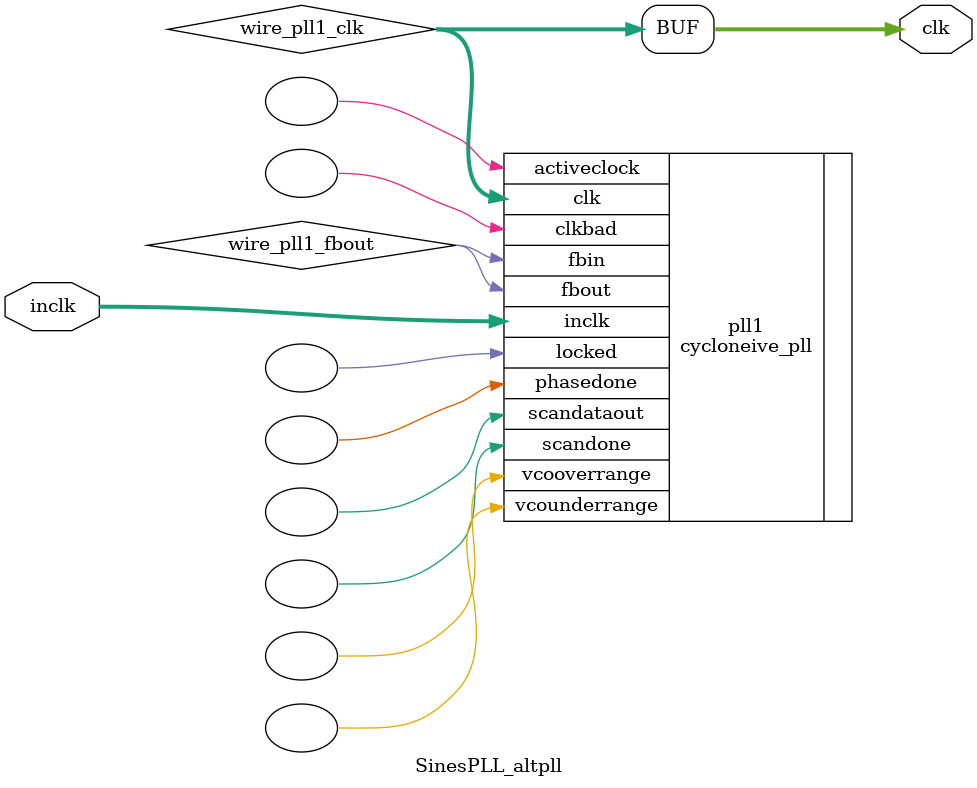
<source format=v>






//synthesis_resources = cycloneive_pll 1 
//synopsys translate_off
`timescale 1 ps / 1 ps
//synopsys translate_on
module  SinesPLL_altpll
	( 
	clk,
	inclk) /* synthesis synthesis_clearbox=1 */;
	output   [4:0]  clk;
	input   [1:0]  inclk;
`ifndef ALTERA_RESERVED_QIS
// synopsys translate_off
`endif
	tri0   [1:0]  inclk;
`ifndef ALTERA_RESERVED_QIS
// synopsys translate_on
`endif

	wire  [4:0]   wire_pll1_clk;
	wire  wire_pll1_fbout;

	cycloneive_pll   pll1
	( 
	.activeclock(),
	.clk(wire_pll1_clk),
	.clkbad(),
	.fbin(wire_pll1_fbout),
	.fbout(wire_pll1_fbout),
	.inclk(inclk),
	.locked(),
	.phasedone(),
	.scandataout(),
	.scandone(),
	.vcooverrange(),
	.vcounderrange()
	`ifndef FORMAL_VERIFICATION
	// synopsys translate_off
	`endif
	,
	.areset(1'b0),
	.clkswitch(1'b0),
	.configupdate(1'b0),
	.pfdena(1'b1),
	.phasecounterselect({3{1'b0}}),
	.phasestep(1'b0),
	.phaseupdown(1'b0),
	.scanclk(1'b0),
	.scanclkena(1'b1),
	.scandata(1'b0)
	`ifndef FORMAL_VERIFICATION
	// synopsys translate_on
	`endif
	);
	defparam
		pll1.bandwidth_type = "auto",
		pll1.clk0_divide_by = 250,
		pll1.clk0_duty_cycle = 50,
		pll1.clk0_multiply_by = 3,
		pll1.clk0_phase_shift = "0",
		pll1.clk1_divide_by = 250,
		pll1.clk1_duty_cycle = 50,
		pll1.clk1_multiply_by = 9,
		pll1.clk1_phase_shift = "0",
		pll1.clk2_divide_by = 50,
		pll1.clk2_duty_cycle = 50,
		pll1.clk2_multiply_by = 3,
		pll1.clk2_phase_shift = "0",
		pll1.compensate_clock = "clk0",
		pll1.inclk0_input_frequency = 20000,
		pll1.operation_mode = "normal",
		pll1.pll_type = "auto",
		pll1.lpm_type = "cycloneive_pll";
	assign
		clk = {wire_pll1_clk[4:0]};
endmodule //SinesPLL_altpll
//VALID FILE

</source>
